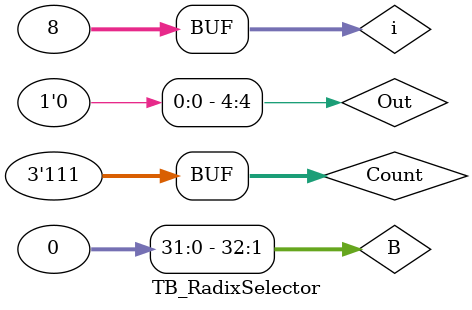
<source format=v>
`timescale 1ns/1ns

module RadixSelector(Count, B, Sign, Out);

input [3:0] Count;
input [32:0] B;
output Sign;
output [3:0] Out;

wire [4:0] Radix;

Mux16to1_5bit MUX(.I0(B[4:0]), .I1(B[8:4]), .I2(B[12:8]), .I3(B[16:12]), .I4(B[20:16]), .I5(B[24:20]), .I6(B[28:24]), .I7(B[32:28]), .I8(5'b00000), .Sel(Count), .Out(Radix));
RadixLookUpTable LUT(.Radix(Radix), .Sign(Sign), .Out(Out));

endmodule

module TB_RadixSelector();

reg [2:0] Count;
reg [32:0] B;
wire [4:0] Out;

RadixSelector RS(.Count(Count), .B(B), .Out(Out));

integer i;
initial begin
	B = $urandom;
	for(i = 0; i < 8; i = i + 1) begin
		Count = i;
		#100;

		
	end
end
endmodule


</source>
